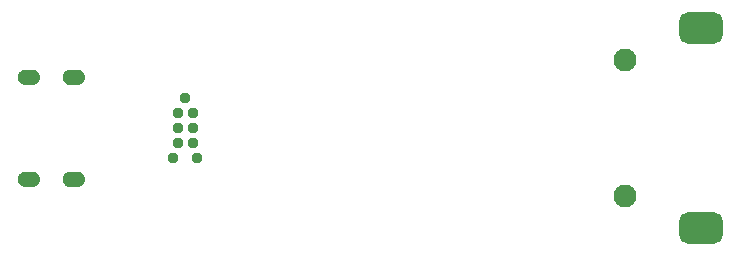
<source format=gbs>
G04*
G04 #@! TF.GenerationSoftware,Altium Limited,Altium Designer,21.6.4 (81)*
G04*
G04 Layer_Color=16711935*
%FSLAX44Y44*%
%MOMM*%
G71*
G04*
G04 #@! TF.SameCoordinates,036B5A74-53F7-47AD-A214-E4BF2A679DD1*
G04*
G04*
G04 #@! TF.FilePolarity,Negative*
G04*
G01*
G75*
G04:AMPARAMS|DCode=17|XSize=3.65mm|YSize=2.65mm|CornerRadius=0.7mm|HoleSize=0mm|Usage=FLASHONLY|Rotation=0.000|XOffset=0mm|YOffset=0mm|HoleType=Round|Shape=RoundedRectangle|*
%AMROUNDEDRECTD17*
21,1,3.6500,1.2500,0,0,0.0*
21,1,2.2500,2.6500,0,0,0.0*
1,1,1.4000,1.1250,-0.6250*
1,1,1.4000,-1.1250,-0.6250*
1,1,1.4000,-1.1250,0.6250*
1,1,1.4000,1.1250,0.6250*
%
%ADD17ROUNDEDRECTD17*%
%ADD38C,1.9500*%
%ADD39C,1.1500*%
%ADD40C,0.9500*%
G36*
X19490Y48960D02*
X19460Y48620D01*
X19420Y48280D01*
X19360Y47950D01*
X19280Y47620D01*
X19180Y47290D01*
X19070Y46970D01*
X18940Y46660D01*
X18790Y46350D01*
X18630Y46050D01*
X18450Y45760D01*
X18260Y45480D01*
X18050Y45210D01*
X17830Y44950D01*
X17600Y44700D01*
X17350Y44470D01*
X17090Y44250D01*
X16820Y44040D01*
X16540Y43850D01*
X16250Y43670D01*
X15950Y43510D01*
X15640Y43360D01*
X15330Y43230D01*
X15010Y43120D01*
X14680Y43020D01*
X14350Y42940D01*
X14020Y42880D01*
X13680Y42840D01*
X13340Y42810D01*
X13000Y42800D01*
X7000D01*
X6660Y42810D01*
X6320Y42840D01*
X5980Y42880D01*
X5650Y42940D01*
X5320Y43020D01*
X4990Y43120D01*
X4670Y43230D01*
X4360Y43360D01*
X4050Y43510D01*
X3750Y43670D01*
X3460Y43850D01*
X3180Y44040D01*
X2910Y44250D01*
X2650Y44470D01*
X2400Y44700D01*
X2170Y44950D01*
X1950Y45210D01*
X1740Y45480D01*
X1550Y45760D01*
X1370Y46050D01*
X1210Y46350D01*
X1060Y46660D01*
X930Y46970D01*
X820Y47290D01*
X720Y47620D01*
X640Y47950D01*
X580Y48280D01*
X540Y48620D01*
X510Y48960D01*
X500Y49300D01*
X510Y49640D01*
X540Y49980D01*
X580Y50320D01*
X640Y50650D01*
X720Y50980D01*
X820Y51310D01*
X930Y51630D01*
X1060Y51940D01*
X1210Y52250D01*
X1370Y52550D01*
X1550Y52840D01*
X1740Y53120D01*
X1950Y53390D01*
X2170Y53650D01*
X2400Y53900D01*
X2650Y54130D01*
X2910Y54350D01*
X3180Y54560D01*
X3460Y54750D01*
X3750Y54930D01*
X4050Y55090D01*
X4360Y55240D01*
X4670Y55370D01*
X4990Y55480D01*
X5320Y55580D01*
X5650Y55660D01*
X5980Y55720D01*
X6320Y55760D01*
X6660Y55790D01*
X7000Y55800D01*
X13000D01*
X13340Y55790D01*
X13680Y55760D01*
X14020Y55720D01*
X14350Y55660D01*
X14680Y55580D01*
X15010Y55480D01*
X15330Y55370D01*
X15640Y55240D01*
X15950Y55090D01*
X16250Y54930D01*
X16540Y54750D01*
X16820Y54560D01*
X17090Y54350D01*
X17350Y54130D01*
X17600Y53900D01*
X17830Y53650D01*
X18050Y53390D01*
X18260Y53120D01*
X18450Y52840D01*
X18630Y52550D01*
X18790Y52250D01*
X18940Y51940D01*
X19070Y51630D01*
X19180Y51310D01*
X19280Y50980D01*
X19360Y50650D01*
X19420Y50320D01*
X19460Y49980D01*
X19490Y49640D01*
X19500Y49300D01*
X19490Y48960D01*
D02*
G37*
G36*
X57490D02*
X57460Y48620D01*
X57420Y48280D01*
X57360Y47950D01*
X57280Y47620D01*
X57180Y47290D01*
X57070Y46970D01*
X56940Y46660D01*
X56790Y46350D01*
X56630Y46050D01*
X56450Y45760D01*
X56260Y45480D01*
X56050Y45210D01*
X55830Y44950D01*
X55600Y44700D01*
X55350Y44470D01*
X55090Y44250D01*
X54820Y44040D01*
X54540Y43850D01*
X54250Y43670D01*
X53950Y43510D01*
X53640Y43360D01*
X53330Y43230D01*
X53010Y43120D01*
X52680Y43020D01*
X52350Y42940D01*
X52020Y42880D01*
X51680Y42840D01*
X51340Y42810D01*
X51000Y42800D01*
X45000D01*
X44660Y42810D01*
X44320Y42840D01*
X43980Y42880D01*
X43650Y42940D01*
X43320Y43020D01*
X42990Y43120D01*
X42670Y43230D01*
X42360Y43360D01*
X42050Y43510D01*
X41750Y43670D01*
X41460Y43850D01*
X41180Y44040D01*
X40910Y44250D01*
X40650Y44470D01*
X40400Y44700D01*
X40170Y44950D01*
X39950Y45210D01*
X39740Y45480D01*
X39550Y45760D01*
X39370Y46050D01*
X39210Y46350D01*
X39060Y46660D01*
X38930Y46970D01*
X38820Y47290D01*
X38720Y47620D01*
X38640Y47950D01*
X38580Y48280D01*
X38540Y48620D01*
X38510Y48960D01*
X38500Y49300D01*
X38510Y49640D01*
X38540Y49980D01*
X38580Y50320D01*
X38640Y50650D01*
X38720Y50980D01*
X38820Y51310D01*
X38930Y51630D01*
X39060Y51940D01*
X39210Y52250D01*
X39370Y52550D01*
X39550Y52840D01*
X39740Y53120D01*
X39950Y53390D01*
X40170Y53650D01*
X40400Y53900D01*
X40650Y54130D01*
X40910Y54350D01*
X41180Y54560D01*
X41460Y54750D01*
X41750Y54930D01*
X42050Y55090D01*
X42360Y55240D01*
X42670Y55370D01*
X42990Y55480D01*
X43320Y55580D01*
X43650Y55660D01*
X43980Y55720D01*
X44320Y55760D01*
X44660Y55790D01*
X45000Y55800D01*
X51000D01*
X51340Y55790D01*
X51680Y55760D01*
X52020Y55720D01*
X52350Y55660D01*
X52680Y55580D01*
X53010Y55480D01*
X53330Y55370D01*
X53640Y55240D01*
X53950Y55090D01*
X54250Y54930D01*
X54540Y54750D01*
X54820Y54560D01*
X55090Y54350D01*
X55350Y54130D01*
X55600Y53900D01*
X55830Y53650D01*
X56050Y53390D01*
X56260Y53120D01*
X56450Y52840D01*
X56630Y52550D01*
X56790Y52250D01*
X56940Y51940D01*
X57070Y51630D01*
X57180Y51310D01*
X57280Y50980D01*
X57360Y50650D01*
X57420Y50320D01*
X57460Y49980D01*
X57490Y49640D01*
X57500Y49300D01*
X57490Y48960D01*
D02*
G37*
G36*
X19490Y135360D02*
X19460Y135020D01*
X19420Y134680D01*
X19360Y134350D01*
X19280Y134020D01*
X19180Y133690D01*
X19070Y133370D01*
X18940Y133060D01*
X18790Y132750D01*
X18630Y132450D01*
X18450Y132160D01*
X18260Y131880D01*
X18050Y131610D01*
X17830Y131350D01*
X17600Y131100D01*
X17350Y130870D01*
X17090Y130650D01*
X16820Y130440D01*
X16540Y130250D01*
X16250Y130070D01*
X15950Y129910D01*
X15640Y129760D01*
X15330Y129630D01*
X15010Y129520D01*
X14680Y129420D01*
X14350Y129340D01*
X14020Y129280D01*
X13680Y129240D01*
X13340Y129210D01*
X13000Y129200D01*
X7000D01*
X6660Y129210D01*
X6320Y129240D01*
X5980Y129280D01*
X5650Y129340D01*
X5320Y129420D01*
X4990Y129520D01*
X4670Y129630D01*
X4360Y129760D01*
X4050Y129910D01*
X3750Y130070D01*
X3460Y130250D01*
X3180Y130440D01*
X2910Y130650D01*
X2650Y130870D01*
X2400Y131100D01*
X2170Y131350D01*
X1950Y131610D01*
X1740Y131880D01*
X1550Y132160D01*
X1370Y132450D01*
X1210Y132750D01*
X1060Y133060D01*
X930Y133370D01*
X820Y133690D01*
X720Y134020D01*
X640Y134350D01*
X580Y134680D01*
X540Y135020D01*
X510Y135360D01*
X500Y135700D01*
X510Y136040D01*
X540Y136380D01*
X580Y136720D01*
X640Y137050D01*
X720Y137380D01*
X820Y137710D01*
X930Y138030D01*
X1060Y138340D01*
X1210Y138650D01*
X1370Y138950D01*
X1550Y139240D01*
X1740Y139520D01*
X1950Y139790D01*
X2170Y140050D01*
X2400Y140300D01*
X2650Y140530D01*
X2910Y140750D01*
X3180Y140960D01*
X3460Y141150D01*
X3750Y141330D01*
X4050Y141490D01*
X4360Y141640D01*
X4670Y141770D01*
X4990Y141880D01*
X5320Y141980D01*
X5650Y142060D01*
X5980Y142120D01*
X6320Y142160D01*
X6660Y142190D01*
X7000Y142200D01*
X13000D01*
X13340Y142190D01*
X13680Y142160D01*
X14020Y142120D01*
X14350Y142060D01*
X14680Y141980D01*
X15010Y141880D01*
X15330Y141770D01*
X15640Y141640D01*
X15950Y141490D01*
X16250Y141330D01*
X16540Y141150D01*
X16820Y140960D01*
X17090Y140750D01*
X17350Y140530D01*
X17600Y140300D01*
X17830Y140050D01*
X18050Y139790D01*
X18260Y139520D01*
X18450Y139240D01*
X18630Y138950D01*
X18790Y138650D01*
X18940Y138340D01*
X19070Y138030D01*
X19180Y137710D01*
X19280Y137380D01*
X19360Y137050D01*
X19420Y136720D01*
X19460Y136380D01*
X19490Y136040D01*
X19500Y135700D01*
X19490Y135360D01*
D02*
G37*
G36*
X57490D02*
X57460Y135020D01*
X57420Y134680D01*
X57360Y134350D01*
X57280Y134020D01*
X57180Y133690D01*
X57070Y133370D01*
X56940Y133060D01*
X56790Y132750D01*
X56630Y132450D01*
X56450Y132160D01*
X56260Y131880D01*
X56050Y131610D01*
X55830Y131350D01*
X55600Y131100D01*
X55350Y130870D01*
X55090Y130650D01*
X54820Y130440D01*
X54540Y130250D01*
X54250Y130070D01*
X53950Y129910D01*
X53640Y129760D01*
X53330Y129630D01*
X53010Y129520D01*
X52680Y129420D01*
X52350Y129340D01*
X52020Y129280D01*
X51680Y129240D01*
X51340Y129210D01*
X51000Y129200D01*
X45000D01*
X44660Y129210D01*
X44320Y129240D01*
X43980Y129280D01*
X43650Y129340D01*
X43320Y129420D01*
X42990Y129520D01*
X42670Y129630D01*
X42360Y129760D01*
X42050Y129910D01*
X41750Y130070D01*
X41460Y130250D01*
X41180Y130440D01*
X40910Y130650D01*
X40650Y130870D01*
X40400Y131100D01*
X40170Y131350D01*
X39950Y131610D01*
X39740Y131880D01*
X39550Y132160D01*
X39370Y132450D01*
X39210Y132750D01*
X39060Y133060D01*
X38930Y133370D01*
X38820Y133690D01*
X38720Y134020D01*
X38640Y134350D01*
X38580Y134680D01*
X38540Y135020D01*
X38510Y135360D01*
X38500Y135700D01*
X38510Y136040D01*
X38540Y136380D01*
X38580Y136720D01*
X38640Y137050D01*
X38720Y137380D01*
X38820Y137710D01*
X38930Y138030D01*
X39060Y138340D01*
X39210Y138650D01*
X39370Y138950D01*
X39550Y139240D01*
X39740Y139520D01*
X39950Y139790D01*
X40170Y140050D01*
X40400Y140300D01*
X40650Y140530D01*
X40910Y140750D01*
X41180Y140960D01*
X41460Y141150D01*
X41750Y141330D01*
X42050Y141490D01*
X42360Y141640D01*
X42670Y141770D01*
X42990Y141880D01*
X43320Y141980D01*
X43650Y142060D01*
X43980Y142120D01*
X44320Y142160D01*
X44660Y142190D01*
X45000Y142200D01*
X51000D01*
X51340Y142190D01*
X51680Y142160D01*
X52020Y142120D01*
X52350Y142060D01*
X52680Y141980D01*
X53010Y141880D01*
X53330Y141770D01*
X53640Y141640D01*
X53950Y141490D01*
X54250Y141330D01*
X54540Y141150D01*
X54820Y140960D01*
X55090Y140750D01*
X55350Y140530D01*
X55600Y140300D01*
X55830Y140050D01*
X56050Y139790D01*
X56260Y139520D01*
X56450Y139240D01*
X56630Y138950D01*
X56790Y138650D01*
X56940Y138340D01*
X57070Y138030D01*
X57180Y137710D01*
X57280Y137380D01*
X57360Y137050D01*
X57420Y136720D01*
X57460Y136380D01*
X57490Y136040D01*
X57500Y135700D01*
X57490Y135360D01*
D02*
G37*
D17*
X579000Y8000D02*
D03*
Y177000D02*
D03*
D38*
X515000Y35000D02*
D03*
Y150000D02*
D03*
D39*
X583000Y5750D02*
D03*
Y179250D02*
D03*
D40*
X136000Y80300D02*
D03*
X148700D02*
D03*
X136000Y93000D02*
D03*
X148700D02*
D03*
X136000Y105700D02*
D03*
X148700D02*
D03*
X142350Y118400D02*
D03*
X152510Y67600D02*
D03*
X132190D02*
D03*
M02*

</source>
